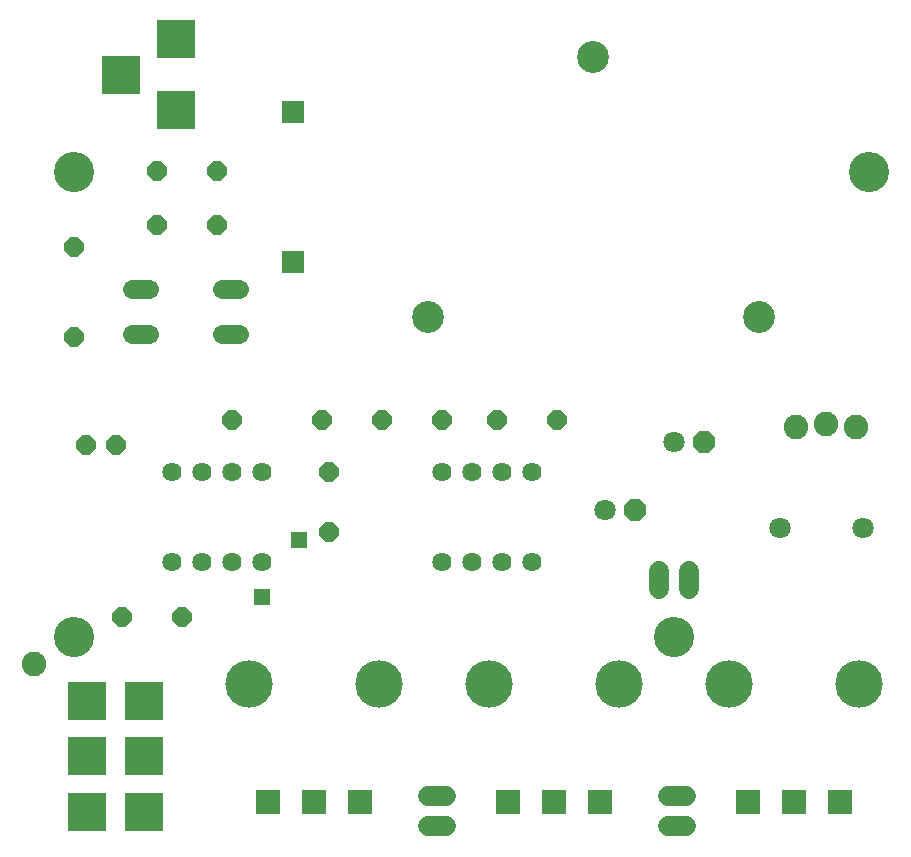
<source format=gbs>
G75*
%MOIN*%
%OFA0B0*%
%FSLAX25Y25*%
%IPPOS*%
%LPD*%
%AMOC8*
5,1,8,0,0,1.08239X$1,22.5*
%
%ADD10C,0.13398*%
%ADD11OC8,0.06400*%
%ADD12OC8,0.07100*%
%ADD13C,0.07100*%
%ADD14C,0.06400*%
%ADD15R,0.08477X0.08477*%
%ADD16C,0.15824*%
%ADD17C,0.07099*%
%ADD18R,0.12611X0.12611*%
%ADD19R,0.07531X0.07531*%
%ADD20C,0.10643*%
%ADD21C,0.06400*%
%ADD22C,0.06800*%
%ADD23C,0.08200*%
%ADD24R,0.05556X0.05556*%
D10*
X0178838Y0169933D03*
X0178838Y0324933D03*
X0378838Y0169933D03*
X0443838Y0324933D03*
D11*
X0339838Y0242433D03*
X0319838Y0242433D03*
X0301338Y0242433D03*
X0281338Y0242433D03*
X0261338Y0242433D03*
X0263838Y0224933D03*
X0263838Y0204933D03*
X0231338Y0242433D03*
X0192938Y0233933D03*
X0182938Y0233933D03*
X0178838Y0269933D03*
X0178838Y0299933D03*
X0206338Y0307433D03*
X0206338Y0325433D03*
X0226338Y0325433D03*
X0226338Y0307433D03*
X0214638Y0176833D03*
X0194638Y0176833D03*
D12*
X0365838Y0212433D03*
X0388838Y0234933D03*
D13*
X0378838Y0234933D03*
X0355838Y0212433D03*
D14*
X0331338Y0224933D03*
X0321338Y0224933D03*
X0311338Y0224933D03*
X0301338Y0224933D03*
X0301338Y0194933D03*
X0311338Y0194933D03*
X0321338Y0194933D03*
X0331338Y0194933D03*
X0241338Y0194933D03*
X0231338Y0194933D03*
X0221338Y0194933D03*
X0211338Y0194933D03*
X0211338Y0224933D03*
X0221338Y0224933D03*
X0231338Y0224933D03*
X0241338Y0224933D03*
D15*
X0243601Y0114933D03*
X0258838Y0114933D03*
X0274074Y0114933D03*
X0323601Y0114933D03*
X0338838Y0114933D03*
X0354074Y0114933D03*
X0403601Y0114933D03*
X0418838Y0114933D03*
X0434074Y0114933D03*
D16*
X0440491Y0154303D03*
X0397184Y0154303D03*
X0360491Y0154303D03*
X0317184Y0154303D03*
X0280491Y0154303D03*
X0237184Y0154303D03*
D17*
X0414160Y0206433D03*
X0441719Y0206433D03*
D18*
X0183212Y0111807D03*
X0183212Y0130311D03*
X0202227Y0130311D03*
X0202227Y0111807D03*
X0202227Y0148815D03*
X0183212Y0148815D03*
X0212838Y0345689D03*
X0194334Y0357500D03*
X0212838Y0369311D03*
D19*
X0251901Y0344969D03*
X0251901Y0294969D03*
D20*
X0296782Y0276661D03*
X0351901Y0363276D03*
X0407019Y0276661D03*
D21*
X0233638Y0270933D02*
X0228038Y0270933D01*
X0228038Y0285933D02*
X0233638Y0285933D01*
X0203638Y0285933D02*
X0198038Y0285933D01*
X0198038Y0270933D02*
X0203638Y0270933D01*
D22*
X0373838Y0191933D02*
X0373838Y0185933D01*
X0383838Y0185933D02*
X0383838Y0191933D01*
X0382838Y0116933D02*
X0376838Y0116933D01*
X0376838Y0106933D02*
X0382838Y0106933D01*
X0302838Y0106933D02*
X0296838Y0106933D01*
X0296838Y0116933D02*
X0302838Y0116933D01*
D23*
X0165438Y0161133D03*
X0419338Y0239933D03*
X0429338Y0240933D03*
X0439338Y0239933D03*
D24*
X0253838Y0202433D03*
X0241438Y0183433D03*
M02*

</source>
